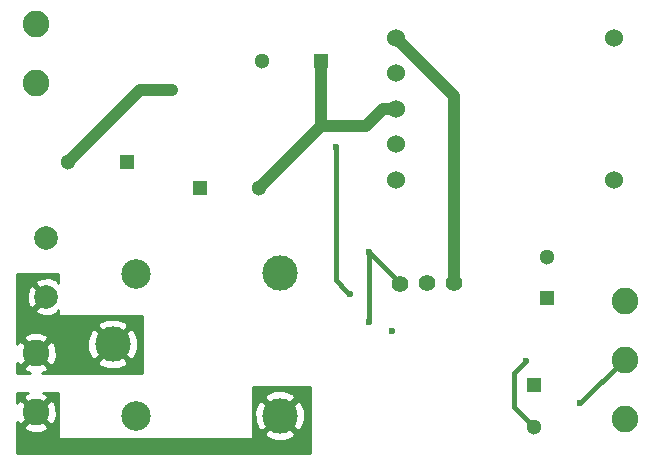
<source format=gbr>
G04 #@! TF.FileFunction,Copper,L1,Top,Signal*
%FSLAX46Y46*%
G04 Gerber Fmt 4.6, Leading zero omitted, Abs format (unit mm)*
G04 Created by KiCad (PCBNEW 201610091317+7290~55~ubuntu16.04.1-) date Fri Oct 21 11:28:09 2016*
%MOMM*%
%LPD*%
G01*
G04 APERTURE LIST*
%ADD10C,0.100000*%
%ADD11C,1.300000*%
%ADD12R,1.300000X1.300000*%
%ADD13C,1.998980*%
%ADD14C,2.250000*%
%ADD15C,2.500000*%
%ADD16C,3.000000*%
%ADD17C,1.524000*%
%ADD18C,1.400000*%
%ADD19C,0.600000*%
%ADD20C,1.000000*%
%ADD21C,0.400000*%
%ADD22C,0.254000*%
G04 APERTURE END LIST*
D10*
D11*
X133096000Y-114102000D03*
D12*
X133096000Y-117602000D03*
D13*
X90678000Y-112473740D03*
X90678000Y-117475000D03*
D14*
X89789000Y-94361000D03*
X89789000Y-99364800D03*
D15*
X98247200Y-127531900D03*
D16*
X110447200Y-127531900D03*
X110497200Y-115481900D03*
D15*
X98247200Y-115531900D03*
D16*
X96297200Y-121481900D03*
D12*
X103701840Y-108239560D03*
D11*
X108701840Y-108239560D03*
D12*
X97536000Y-106045000D03*
D11*
X92536000Y-106045000D03*
D12*
X113924080Y-97525840D03*
D11*
X108924080Y-97525840D03*
X131953000Y-128468000D03*
D12*
X131953000Y-124968000D03*
D14*
X89789000Y-122250200D03*
X89789000Y-127254000D03*
D17*
X120269000Y-107607100D03*
X120269000Y-104584500D03*
X120269000Y-101587300D03*
X120269000Y-98564700D03*
X120269000Y-95567500D03*
X138785600Y-107581700D03*
X138760200Y-95567500D03*
D18*
X122936000Y-116332000D03*
X120661000Y-116357000D03*
X125211000Y-116332000D03*
D14*
X139700000Y-122809000D03*
X139700000Y-127812800D03*
X139700000Y-117805200D03*
D19*
X101346000Y-99949000D03*
X131318000Y-122936000D03*
X135890000Y-126492000D03*
X118046500Y-119634000D03*
X118046500Y-113665000D03*
X119923620Y-120368376D03*
X116360860Y-117272041D03*
X115189000Y-104838500D03*
D20*
X92536000Y-106045000D02*
X98632000Y-99949000D01*
X98632000Y-99949000D02*
X101346000Y-99949000D01*
D21*
X130302000Y-126817000D02*
X130302000Y-123952000D01*
X130302000Y-123952000D02*
X131318000Y-122936000D01*
X131953000Y-128468000D02*
X130302000Y-126817000D01*
X138709400Y-107505500D02*
X138785600Y-107581700D01*
D20*
X120269000Y-101587300D02*
X119191370Y-101587300D01*
X119191370Y-101587300D02*
X117761350Y-103017320D01*
X117761350Y-103017320D02*
X113924080Y-103017320D01*
X113924080Y-97525840D02*
X113924080Y-103017320D01*
X113924080Y-103017320D02*
X108701840Y-108239560D01*
D21*
X135890000Y-126492000D02*
X139573000Y-122809000D01*
X139573000Y-122809000D02*
X139700000Y-122809000D01*
D20*
X120661000Y-116357000D02*
X120661000Y-116279500D01*
D21*
X120661000Y-116279500D02*
X118046500Y-113665000D01*
X118046500Y-113665000D02*
X118046500Y-119634000D01*
D20*
X125211000Y-116332000D02*
X125211000Y-100509500D01*
X125211000Y-100509500D02*
X120269000Y-95567500D01*
D21*
X115189000Y-116100181D02*
X116060861Y-116972042D01*
X115189000Y-104838500D02*
X115189000Y-116100181D01*
X116060861Y-116972042D02*
X116360860Y-117272041D01*
D22*
G36*
X98806000Y-123952000D02*
X90306169Y-123952000D01*
X90738379Y-123772973D01*
X90852342Y-123493147D01*
X89789000Y-122429805D01*
X88725658Y-123493147D01*
X88839621Y-123772973D01*
X89313613Y-123952000D01*
X88209000Y-123952000D01*
X88209000Y-123061421D01*
X88266227Y-123199579D01*
X88546053Y-123313542D01*
X89609395Y-122250200D01*
X89968605Y-122250200D01*
X91031947Y-123313542D01*
X91311773Y-123199579D01*
X91388714Y-122995870D01*
X94962835Y-122995870D01*
X95122618Y-123314639D01*
X95913387Y-123624623D01*
X96762587Y-123608397D01*
X97471782Y-123314639D01*
X97631565Y-122995870D01*
X96297200Y-121661505D01*
X94962835Y-122995870D01*
X91388714Y-122995870D01*
X91559170Y-122544571D01*
X91537075Y-121844749D01*
X91311773Y-121300821D01*
X91031947Y-121186858D01*
X89968605Y-122250200D01*
X89609395Y-122250200D01*
X88546053Y-121186858D01*
X88266227Y-121300821D01*
X88209000Y-121452335D01*
X88209000Y-121007253D01*
X88725658Y-121007253D01*
X89789000Y-122070595D01*
X90761508Y-121098087D01*
X94154477Y-121098087D01*
X94170703Y-121947287D01*
X94464461Y-122656482D01*
X94783230Y-122816265D01*
X96117595Y-121481900D01*
X96476805Y-121481900D01*
X97811170Y-122816265D01*
X98129939Y-122656482D01*
X98439923Y-121865713D01*
X98423697Y-121016513D01*
X98129939Y-120307318D01*
X97811170Y-120147535D01*
X96476805Y-121481900D01*
X96117595Y-121481900D01*
X94783230Y-120147535D01*
X94464461Y-120307318D01*
X94154477Y-121098087D01*
X90761508Y-121098087D01*
X90852342Y-121007253D01*
X90738379Y-120727427D01*
X90083371Y-120480030D01*
X89383549Y-120502125D01*
X88839621Y-120727427D01*
X88725658Y-121007253D01*
X88209000Y-121007253D01*
X88209000Y-119967930D01*
X94962835Y-119967930D01*
X96297200Y-121302295D01*
X97631565Y-119967930D01*
X97471782Y-119649161D01*
X96681013Y-119339177D01*
X95831813Y-119355403D01*
X95122618Y-119649161D01*
X94962835Y-119967930D01*
X88209000Y-119967930D01*
X88209000Y-119126000D01*
X98806000Y-119126000D01*
X98806000Y-123952000D01*
X98806000Y-123952000D01*
G37*
X98806000Y-123952000D02*
X90306169Y-123952000D01*
X90738379Y-123772973D01*
X90852342Y-123493147D01*
X89789000Y-122429805D01*
X88725658Y-123493147D01*
X88839621Y-123772973D01*
X89313613Y-123952000D01*
X88209000Y-123952000D01*
X88209000Y-123061421D01*
X88266227Y-123199579D01*
X88546053Y-123313542D01*
X89609395Y-122250200D01*
X89968605Y-122250200D01*
X91031947Y-123313542D01*
X91311773Y-123199579D01*
X91388714Y-122995870D01*
X94962835Y-122995870D01*
X95122618Y-123314639D01*
X95913387Y-123624623D01*
X96762587Y-123608397D01*
X97471782Y-123314639D01*
X97631565Y-122995870D01*
X96297200Y-121661505D01*
X94962835Y-122995870D01*
X91388714Y-122995870D01*
X91559170Y-122544571D01*
X91537075Y-121844749D01*
X91311773Y-121300821D01*
X91031947Y-121186858D01*
X89968605Y-122250200D01*
X89609395Y-122250200D01*
X88546053Y-121186858D01*
X88266227Y-121300821D01*
X88209000Y-121452335D01*
X88209000Y-121007253D01*
X88725658Y-121007253D01*
X89789000Y-122070595D01*
X90761508Y-121098087D01*
X94154477Y-121098087D01*
X94170703Y-121947287D01*
X94464461Y-122656482D01*
X94783230Y-122816265D01*
X96117595Y-121481900D01*
X96476805Y-121481900D01*
X97811170Y-122816265D01*
X98129939Y-122656482D01*
X98439923Y-121865713D01*
X98423697Y-121016513D01*
X98129939Y-120307318D01*
X97811170Y-120147535D01*
X96476805Y-121481900D01*
X96117595Y-121481900D01*
X94783230Y-120147535D01*
X94464461Y-120307318D01*
X94154477Y-121098087D01*
X90761508Y-121098087D01*
X90852342Y-121007253D01*
X90738379Y-120727427D01*
X90083371Y-120480030D01*
X89383549Y-120502125D01*
X88839621Y-120727427D01*
X88725658Y-121007253D01*
X88209000Y-121007253D01*
X88209000Y-119967930D01*
X94962835Y-119967930D01*
X96297200Y-121302295D01*
X97631565Y-119967930D01*
X97471782Y-119649161D01*
X96681013Y-119339177D01*
X95831813Y-119355403D01*
X95122618Y-119649161D01*
X94962835Y-119967930D01*
X88209000Y-119967930D01*
X88209000Y-119126000D01*
X98806000Y-119126000D01*
X98806000Y-123952000D01*
G36*
X113030000Y-130739000D02*
X88209000Y-130739000D01*
X88209000Y-128496947D01*
X88725658Y-128496947D01*
X88839621Y-128776773D01*
X89494629Y-129024170D01*
X90194451Y-129002075D01*
X90738379Y-128776773D01*
X90852342Y-128496947D01*
X89789000Y-127433605D01*
X88725658Y-128496947D01*
X88209000Y-128496947D01*
X88209000Y-128065221D01*
X88266227Y-128203379D01*
X88546053Y-128317342D01*
X89609395Y-127254000D01*
X89968605Y-127254000D01*
X91031947Y-128317342D01*
X91311773Y-128203379D01*
X91559170Y-127548371D01*
X91537075Y-126848549D01*
X91311773Y-126304621D01*
X91031947Y-126190658D01*
X89968605Y-127254000D01*
X89609395Y-127254000D01*
X88546053Y-126190658D01*
X88266227Y-126304621D01*
X88209000Y-126456135D01*
X88209000Y-125603000D01*
X89149189Y-125603000D01*
X88839621Y-125731227D01*
X88725658Y-126011053D01*
X89789000Y-127074395D01*
X90852342Y-126011053D01*
X90738379Y-125731227D01*
X90398885Y-125603000D01*
X91694000Y-125603000D01*
X91694000Y-129413000D01*
X91703667Y-129461601D01*
X91731197Y-129502803D01*
X91772399Y-129530333D01*
X91821000Y-129540000D01*
X108077000Y-129540000D01*
X108125601Y-129530333D01*
X108166803Y-129502803D01*
X108194333Y-129461601D01*
X108204000Y-129413000D01*
X108204000Y-129045870D01*
X109112835Y-129045870D01*
X109272618Y-129364639D01*
X110063387Y-129674623D01*
X110912587Y-129658397D01*
X111621782Y-129364639D01*
X111781565Y-129045870D01*
X110447200Y-127711505D01*
X109112835Y-129045870D01*
X108204000Y-129045870D01*
X108204000Y-127148087D01*
X108304477Y-127148087D01*
X108320703Y-127997287D01*
X108614461Y-128706482D01*
X108933230Y-128866265D01*
X110267595Y-127531900D01*
X110626805Y-127531900D01*
X111961170Y-128866265D01*
X112279939Y-128706482D01*
X112589923Y-127915713D01*
X112573697Y-127066513D01*
X112279939Y-126357318D01*
X111961170Y-126197535D01*
X110626805Y-127531900D01*
X110267595Y-127531900D01*
X108933230Y-126197535D01*
X108614461Y-126357318D01*
X108304477Y-127148087D01*
X108204000Y-127148087D01*
X108204000Y-126017930D01*
X109112835Y-126017930D01*
X110447200Y-127352295D01*
X111781565Y-126017930D01*
X111621782Y-125699161D01*
X110831013Y-125389177D01*
X109981813Y-125405403D01*
X109272618Y-125699161D01*
X109112835Y-126017930D01*
X108204000Y-126017930D01*
X108204000Y-125095000D01*
X113030000Y-125095000D01*
X113030000Y-130739000D01*
X113030000Y-130739000D01*
G37*
X113030000Y-130739000D02*
X88209000Y-130739000D01*
X88209000Y-128496947D01*
X88725658Y-128496947D01*
X88839621Y-128776773D01*
X89494629Y-129024170D01*
X90194451Y-129002075D01*
X90738379Y-128776773D01*
X90852342Y-128496947D01*
X89789000Y-127433605D01*
X88725658Y-128496947D01*
X88209000Y-128496947D01*
X88209000Y-128065221D01*
X88266227Y-128203379D01*
X88546053Y-128317342D01*
X89609395Y-127254000D01*
X89968605Y-127254000D01*
X91031947Y-128317342D01*
X91311773Y-128203379D01*
X91559170Y-127548371D01*
X91537075Y-126848549D01*
X91311773Y-126304621D01*
X91031947Y-126190658D01*
X89968605Y-127254000D01*
X89609395Y-127254000D01*
X88546053Y-126190658D01*
X88266227Y-126304621D01*
X88209000Y-126456135D01*
X88209000Y-125603000D01*
X89149189Y-125603000D01*
X88839621Y-125731227D01*
X88725658Y-126011053D01*
X89789000Y-127074395D01*
X90852342Y-126011053D01*
X90738379Y-125731227D01*
X90398885Y-125603000D01*
X91694000Y-125603000D01*
X91694000Y-129413000D01*
X91703667Y-129461601D01*
X91731197Y-129502803D01*
X91772399Y-129530333D01*
X91821000Y-129540000D01*
X108077000Y-129540000D01*
X108125601Y-129530333D01*
X108166803Y-129502803D01*
X108194333Y-129461601D01*
X108204000Y-129413000D01*
X108204000Y-129045870D01*
X109112835Y-129045870D01*
X109272618Y-129364639D01*
X110063387Y-129674623D01*
X110912587Y-129658397D01*
X111621782Y-129364639D01*
X111781565Y-129045870D01*
X110447200Y-127711505D01*
X109112835Y-129045870D01*
X108204000Y-129045870D01*
X108204000Y-127148087D01*
X108304477Y-127148087D01*
X108320703Y-127997287D01*
X108614461Y-128706482D01*
X108933230Y-128866265D01*
X110267595Y-127531900D01*
X110626805Y-127531900D01*
X111961170Y-128866265D01*
X112279939Y-128706482D01*
X112589923Y-127915713D01*
X112573697Y-127066513D01*
X112279939Y-126357318D01*
X111961170Y-126197535D01*
X110626805Y-127531900D01*
X110267595Y-127531900D01*
X108933230Y-126197535D01*
X108614461Y-126357318D01*
X108304477Y-127148087D01*
X108204000Y-127148087D01*
X108204000Y-126017930D01*
X109112835Y-126017930D01*
X110447200Y-127352295D01*
X111781565Y-126017930D01*
X111621782Y-125699161D01*
X110831013Y-125389177D01*
X109981813Y-125405403D01*
X109272618Y-125699161D01*
X109112835Y-126017930D01*
X108204000Y-126017930D01*
X108204000Y-125095000D01*
X113030000Y-125095000D01*
X113030000Y-130739000D01*
G36*
X91694000Y-116279392D02*
X91650556Y-116322836D01*
X91551958Y-116056035D01*
X90942418Y-115829599D01*
X90292623Y-115853659D01*
X89804042Y-116056035D01*
X89705443Y-116322837D01*
X90678000Y-117295395D01*
X90692142Y-117281252D01*
X90871748Y-117460858D01*
X90857605Y-117475000D01*
X90871748Y-117489142D01*
X90692142Y-117668748D01*
X90678000Y-117654605D01*
X89705443Y-118627163D01*
X89804042Y-118893965D01*
X90413582Y-119120401D01*
X91063377Y-119096341D01*
X91551958Y-118893965D01*
X91650556Y-118627164D01*
X91694000Y-118670608D01*
X91694000Y-123952000D01*
X90306169Y-123952000D01*
X90738379Y-123772973D01*
X90852342Y-123493147D01*
X89789000Y-122429805D01*
X88725658Y-123493147D01*
X88839621Y-123772973D01*
X89313613Y-123952000D01*
X88209000Y-123952000D01*
X88209000Y-123061421D01*
X88266227Y-123199579D01*
X88546053Y-123313542D01*
X89609395Y-122250200D01*
X89968605Y-122250200D01*
X91031947Y-123313542D01*
X91311773Y-123199579D01*
X91559170Y-122544571D01*
X91537075Y-121844749D01*
X91311773Y-121300821D01*
X91031947Y-121186858D01*
X89968605Y-122250200D01*
X89609395Y-122250200D01*
X88546053Y-121186858D01*
X88266227Y-121300821D01*
X88209000Y-121452335D01*
X88209000Y-121007253D01*
X88725658Y-121007253D01*
X89789000Y-122070595D01*
X90852342Y-121007253D01*
X90738379Y-120727427D01*
X90083371Y-120480030D01*
X89383549Y-120502125D01*
X88839621Y-120727427D01*
X88725658Y-121007253D01*
X88209000Y-121007253D01*
X88209000Y-117210582D01*
X89032599Y-117210582D01*
X89056659Y-117860377D01*
X89259035Y-118348958D01*
X89525837Y-118447557D01*
X90498395Y-117475000D01*
X89525837Y-116502443D01*
X89259035Y-116601042D01*
X89032599Y-117210582D01*
X88209000Y-117210582D01*
X88209000Y-115570000D01*
X91694000Y-115570000D01*
X91694000Y-116279392D01*
X91694000Y-116279392D01*
G37*
X91694000Y-116279392D02*
X91650556Y-116322836D01*
X91551958Y-116056035D01*
X90942418Y-115829599D01*
X90292623Y-115853659D01*
X89804042Y-116056035D01*
X89705443Y-116322837D01*
X90678000Y-117295395D01*
X90692142Y-117281252D01*
X90871748Y-117460858D01*
X90857605Y-117475000D01*
X90871748Y-117489142D01*
X90692142Y-117668748D01*
X90678000Y-117654605D01*
X89705443Y-118627163D01*
X89804042Y-118893965D01*
X90413582Y-119120401D01*
X91063377Y-119096341D01*
X91551958Y-118893965D01*
X91650556Y-118627164D01*
X91694000Y-118670608D01*
X91694000Y-123952000D01*
X90306169Y-123952000D01*
X90738379Y-123772973D01*
X90852342Y-123493147D01*
X89789000Y-122429805D01*
X88725658Y-123493147D01*
X88839621Y-123772973D01*
X89313613Y-123952000D01*
X88209000Y-123952000D01*
X88209000Y-123061421D01*
X88266227Y-123199579D01*
X88546053Y-123313542D01*
X89609395Y-122250200D01*
X89968605Y-122250200D01*
X91031947Y-123313542D01*
X91311773Y-123199579D01*
X91559170Y-122544571D01*
X91537075Y-121844749D01*
X91311773Y-121300821D01*
X91031947Y-121186858D01*
X89968605Y-122250200D01*
X89609395Y-122250200D01*
X88546053Y-121186858D01*
X88266227Y-121300821D01*
X88209000Y-121452335D01*
X88209000Y-121007253D01*
X88725658Y-121007253D01*
X89789000Y-122070595D01*
X90852342Y-121007253D01*
X90738379Y-120727427D01*
X90083371Y-120480030D01*
X89383549Y-120502125D01*
X88839621Y-120727427D01*
X88725658Y-121007253D01*
X88209000Y-121007253D01*
X88209000Y-117210582D01*
X89032599Y-117210582D01*
X89056659Y-117860377D01*
X89259035Y-118348958D01*
X89525837Y-118447557D01*
X90498395Y-117475000D01*
X89525837Y-116502443D01*
X89259035Y-116601042D01*
X89032599Y-117210582D01*
X88209000Y-117210582D01*
X88209000Y-115570000D01*
X91694000Y-115570000D01*
X91694000Y-116279392D01*
M02*

</source>
